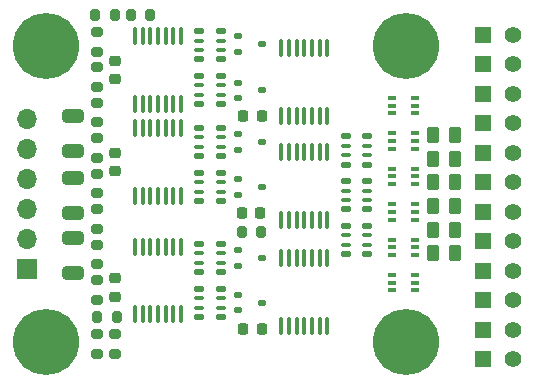
<source format=gbs>
G04 #@! TF.GenerationSoftware,KiCad,Pcbnew,7.0.9-69-ge1c0bddff3*
G04 #@! TF.CreationDate,2024-02-19T10:17:23+01:00*
G04 #@! TF.ProjectId,ASP_Display,4153505f-4469-4737-906c-61792e6b6963,rev?*
G04 #@! TF.SameCoordinates,Original*
G04 #@! TF.FileFunction,Soldermask,Bot*
G04 #@! TF.FilePolarity,Negative*
%FSLAX46Y46*%
G04 Gerber Fmt 4.6, Leading zero omitted, Abs format (unit mm)*
G04 Created by KiCad (PCBNEW 7.0.9-69-ge1c0bddff3) date 2024-02-19 10:17:23*
%MOMM*%
%LPD*%
G01*
G04 APERTURE LIST*
G04 Aperture macros list*
%AMRoundRect*
0 Rectangle with rounded corners*
0 $1 Rounding radius*
0 $2 $3 $4 $5 $6 $7 $8 $9 X,Y pos of 4 corners*
0 Add a 4 corners polygon primitive as box body*
4,1,4,$2,$3,$4,$5,$6,$7,$8,$9,$2,$3,0*
0 Add four circle primitives for the rounded corners*
1,1,$1+$1,$2,$3*
1,1,$1+$1,$4,$5*
1,1,$1+$1,$6,$7*
1,1,$1+$1,$8,$9*
0 Add four rect primitives between the rounded corners*
20,1,$1+$1,$2,$3,$4,$5,0*
20,1,$1+$1,$4,$5,$6,$7,0*
20,1,$1+$1,$6,$7,$8,$9,0*
20,1,$1+$1,$8,$9,$2,$3,0*%
G04 Aperture macros list end*
%ADD10C,5.600000*%
%ADD11R,1.400000X1.400000*%
%ADD12C,1.400000*%
%ADD13R,1.700000X1.700000*%
%ADD14O,1.700000X1.700000*%
%ADD15RoundRect,0.200000X-0.275000X0.200000X-0.275000X-0.200000X0.275000X-0.200000X0.275000X0.200000X0*%
%ADD16RoundRect,0.250000X0.262500X0.450000X-0.262500X0.450000X-0.262500X-0.450000X0.262500X-0.450000X0*%
%ADD17RoundRect,0.225000X0.225000X0.250000X-0.225000X0.250000X-0.225000X-0.250000X0.225000X-0.250000X0*%
%ADD18RoundRect,0.100000X-0.225000X-0.100000X0.225000X-0.100000X0.225000X0.100000X-0.225000X0.100000X0*%
%ADD19RoundRect,0.200000X0.200000X0.275000X-0.200000X0.275000X-0.200000X-0.275000X0.200000X-0.275000X0*%
%ADD20RoundRect,0.100000X0.100000X-0.637500X0.100000X0.637500X-0.100000X0.637500X-0.100000X-0.637500X0*%
%ADD21RoundRect,0.125000X-0.275000X-0.125000X0.275000X-0.125000X0.275000X0.125000X-0.275000X0.125000X0*%
%ADD22RoundRect,0.100000X-0.300000X-0.100000X0.300000X-0.100000X0.300000X0.100000X-0.300000X0.100000X0*%
%ADD23RoundRect,0.100000X-0.100000X0.637500X-0.100000X-0.637500X0.100000X-0.637500X0.100000X0.637500X0*%
%ADD24RoundRect,0.250000X-0.650000X0.325000X-0.650000X-0.325000X0.650000X-0.325000X0.650000X0.325000X0*%
%ADD25RoundRect,0.112500X0.237500X-0.112500X0.237500X0.112500X-0.237500X0.112500X-0.237500X-0.112500X0*%
%ADD26RoundRect,0.225000X-0.250000X0.225000X-0.250000X-0.225000X0.250000X-0.225000X0.250000X0.225000X0*%
%ADD27RoundRect,0.200000X-0.200000X-0.275000X0.200000X-0.275000X0.200000X0.275000X-0.200000X0.275000X0*%
%ADD28RoundRect,0.250000X0.650000X-0.325000X0.650000X0.325000X-0.650000X0.325000X-0.650000X-0.325000X0*%
%ADD29RoundRect,0.225000X0.250000X-0.225000X0.250000X0.225000X-0.250000X0.225000X-0.250000X-0.225000X0*%
G04 APERTURE END LIST*
D10*
G04 #@! TO.C,REF\u002A\u002A*
X224500000Y-114500000D03*
G04 #@! TD*
G04 #@! TO.C,REF\u002A\u002A*
X255000000Y-114500000D03*
G04 #@! TD*
G04 #@! TO.C,REF\u002A\u002A*
X255000000Y-89500000D03*
G04 #@! TD*
G04 #@! TO.C,REF\u002A\u002A*
X224500000Y-89500000D03*
G04 #@! TD*
D11*
G04 #@! TO.C,D16*
X261500000Y-98500000D03*
D12*
X264040000Y-98500000D03*
G04 #@! TD*
D11*
G04 #@! TO.C,D14*
X261500000Y-103500000D03*
D12*
X264040000Y-103500000D03*
G04 #@! TD*
D11*
G04 #@! TO.C,D3*
X261500000Y-116000000D03*
D12*
X264040000Y-116000000D03*
G04 #@! TD*
D11*
G04 #@! TO.C,D25*
X261500000Y-91000000D03*
D12*
X264040000Y-91000000D03*
G04 #@! TD*
D11*
G04 #@! TO.C,D4*
X261500000Y-113500000D03*
D12*
X264040000Y-113500000D03*
G04 #@! TD*
D11*
G04 #@! TO.C,D17*
X261500000Y-96000000D03*
D12*
X264040000Y-96000000D03*
G04 #@! TD*
D11*
G04 #@! TO.C,D13*
X261500000Y-106000000D03*
D12*
X264040000Y-106000000D03*
G04 #@! TD*
D11*
G04 #@! TO.C,D6*
X261500000Y-108500000D03*
D12*
X264040000Y-108500000D03*
G04 #@! TD*
D11*
G04 #@! TO.C,D18*
X261500000Y-93500000D03*
D12*
X264040000Y-93500000D03*
G04 #@! TD*
D11*
G04 #@! TO.C,D26*
X261500000Y-88500000D03*
D12*
X264040000Y-88500000D03*
G04 #@! TD*
D13*
G04 #@! TO.C,J1*
X222875000Y-108350000D03*
D14*
X222875000Y-105810000D03*
X222875000Y-103270000D03*
X222875000Y-100730000D03*
X222875000Y-98190000D03*
X222875000Y-95650000D03*
G04 #@! TD*
D11*
G04 #@! TO.C,D15*
X261500000Y-101000000D03*
D12*
X264040000Y-101000000D03*
G04 #@! TD*
D11*
G04 #@! TO.C,D5*
X261500000Y-111000000D03*
D12*
X264040000Y-111000000D03*
G04 #@! TD*
D15*
G04 #@! TO.C,R21*
X228800000Y-103275000D03*
X228800000Y-104925000D03*
G04 #@! TD*
D16*
G04 #@! TO.C,R11*
X259112500Y-105000000D03*
X257287500Y-105000000D03*
G04 #@! TD*
D17*
G04 #@! TO.C,C3*
X242775000Y-113400000D03*
X241225000Y-113400000D03*
G04 #@! TD*
D18*
G04 #@! TO.C,Q7*
X253850000Y-104150000D03*
X253850000Y-103500000D03*
X253850000Y-102850000D03*
X255750000Y-102850000D03*
X255750000Y-103500000D03*
X255750000Y-104150000D03*
G04 #@! TD*
D19*
G04 #@! TO.C,R12*
X242725000Y-105200000D03*
X241075000Y-105200000D03*
G04 #@! TD*
D15*
G04 #@! TO.C,R16*
X228800000Y-113875000D03*
X228800000Y-115525000D03*
G04 #@! TD*
D17*
G04 #@! TO.C,C8*
X242675000Y-103600000D03*
X241125000Y-103600000D03*
G04 #@! TD*
D18*
G04 #@! TO.C,Q13*
X253850000Y-95150000D03*
X253850000Y-94500000D03*
X253850000Y-93850000D03*
X255750000Y-93850000D03*
X255750000Y-94500000D03*
X255750000Y-95150000D03*
G04 #@! TD*
D20*
G04 #@! TO.C,U7*
X235950000Y-112162500D03*
X235300000Y-112162500D03*
X234650000Y-112162500D03*
X234000000Y-112162500D03*
X233350000Y-112162500D03*
X232700000Y-112162500D03*
X232050000Y-112162500D03*
X232050000Y-106437500D03*
X232700000Y-106437500D03*
X233350000Y-106437500D03*
X234000000Y-106437500D03*
X234650000Y-106437500D03*
X235300000Y-106437500D03*
X235950000Y-106437500D03*
G04 #@! TD*
D21*
G04 #@! TO.C,RN8*
X237500000Y-90600000D03*
D22*
X237500000Y-89800000D03*
X237500000Y-89000000D03*
D21*
X237500000Y-88200000D03*
X239300000Y-88200000D03*
D22*
X239300000Y-89000000D03*
X239300000Y-89800000D03*
D21*
X239300000Y-90600000D03*
G04 #@! TD*
D23*
G04 #@! TO.C,U5*
X244450000Y-98437500D03*
X245100000Y-98437500D03*
X245750000Y-98437500D03*
X246400000Y-98437500D03*
X247050000Y-98437500D03*
X247700000Y-98437500D03*
X248350000Y-98437500D03*
X248350000Y-104162500D03*
X247700000Y-104162500D03*
X247050000Y-104162500D03*
X246400000Y-104162500D03*
X245750000Y-104162500D03*
X245100000Y-104162500D03*
X244450000Y-104162500D03*
G04 #@! TD*
D24*
G04 #@! TO.C,C6*
X226800000Y-105725000D03*
X226800000Y-108675000D03*
G04 #@! TD*
D21*
G04 #@! TO.C,RN7*
X237500000Y-102600000D03*
D22*
X237500000Y-101800000D03*
X237500000Y-101000000D03*
D21*
X237500000Y-100200000D03*
X239300000Y-100200000D03*
D22*
X239300000Y-101000000D03*
X239300000Y-101800000D03*
D21*
X239300000Y-102600000D03*
G04 #@! TD*
D15*
G04 #@! TO.C,R19*
X228800000Y-109275000D03*
X228800000Y-110925000D03*
G04 #@! TD*
D16*
G04 #@! TO.C,R33*
X259112500Y-97000000D03*
X257287500Y-97000000D03*
G04 #@! TD*
D20*
G04 #@! TO.C,U8*
X235950000Y-102162500D03*
X235300000Y-102162500D03*
X234650000Y-102162500D03*
X234000000Y-102162500D03*
X233350000Y-102162500D03*
X232700000Y-102162500D03*
X232050000Y-102162500D03*
X232050000Y-96437500D03*
X232700000Y-96437500D03*
X233350000Y-96437500D03*
X234000000Y-96437500D03*
X234650000Y-96437500D03*
X235300000Y-96437500D03*
X235950000Y-96437500D03*
G04 #@! TD*
D25*
G04 #@! TO.C,D9*
X240800000Y-98250000D03*
X240800000Y-96950000D03*
X242800000Y-97600000D03*
G04 #@! TD*
D21*
G04 #@! TO.C,RN6*
X237500000Y-98800000D03*
D22*
X237500000Y-98000000D03*
X237500000Y-97200000D03*
D21*
X237500000Y-96400000D03*
X239300000Y-96400000D03*
D22*
X239300000Y-97200000D03*
X239300000Y-98000000D03*
D21*
X239300000Y-98800000D03*
G04 #@! TD*
D26*
G04 #@! TO.C,C18*
X230400000Y-109125000D03*
X230400000Y-110675000D03*
G04 #@! TD*
D18*
G04 #@! TO.C,Q5*
X253850000Y-107150000D03*
X253850000Y-106500000D03*
X253850000Y-105850000D03*
X255750000Y-105850000D03*
X255750000Y-106500000D03*
X255750000Y-107150000D03*
G04 #@! TD*
D23*
G04 #@! TO.C,U6*
X244450000Y-89637500D03*
X245100000Y-89637500D03*
X245750000Y-89637500D03*
X246400000Y-89637500D03*
X247050000Y-89637500D03*
X247700000Y-89637500D03*
X248350000Y-89637500D03*
X248350000Y-95362500D03*
X247700000Y-95362500D03*
X247050000Y-95362500D03*
X246400000Y-95362500D03*
X245750000Y-95362500D03*
X245100000Y-95362500D03*
X244450000Y-95362500D03*
G04 #@! TD*
D15*
G04 #@! TO.C,R17*
X230400000Y-113875000D03*
X230400000Y-115525000D03*
G04 #@! TD*
D21*
G04 #@! TO.C,RN4*
X237500000Y-108600000D03*
D22*
X237500000Y-107800000D03*
X237500000Y-107000000D03*
D21*
X237500000Y-106200000D03*
X239300000Y-106200000D03*
D22*
X239300000Y-107000000D03*
X239300000Y-107800000D03*
D21*
X239300000Y-108600000D03*
G04 #@! TD*
G04 #@! TO.C,RN2*
X249900000Y-103300000D03*
D22*
X249900000Y-102500000D03*
X249900000Y-101700000D03*
D21*
X249900000Y-100900000D03*
X251700000Y-100900000D03*
D22*
X251700000Y-101700000D03*
X251700000Y-102500000D03*
D21*
X251700000Y-103300000D03*
G04 #@! TD*
D24*
G04 #@! TO.C,C1*
X226800000Y-95425000D03*
X226800000Y-98375000D03*
G04 #@! TD*
D25*
G04 #@! TO.C,D10*
X240800000Y-102050000D03*
X240800000Y-100750000D03*
X242800000Y-101400000D03*
G04 #@! TD*
D23*
G04 #@! TO.C,U2*
X244450000Y-107437500D03*
X245100000Y-107437500D03*
X245750000Y-107437500D03*
X246400000Y-107437500D03*
X247050000Y-107437500D03*
X247700000Y-107437500D03*
X248350000Y-107437500D03*
X248350000Y-113162500D03*
X247700000Y-113162500D03*
X247050000Y-113162500D03*
X246400000Y-113162500D03*
X245750000Y-113162500D03*
X245100000Y-113162500D03*
X244450000Y-113162500D03*
G04 #@! TD*
D20*
G04 #@! TO.C,U9*
X235950000Y-94362500D03*
X235300000Y-94362500D03*
X234650000Y-94362500D03*
X234000000Y-94362500D03*
X233350000Y-94362500D03*
X232700000Y-94362500D03*
X232050000Y-94362500D03*
X232050000Y-88637500D03*
X232700000Y-88637500D03*
X233350000Y-88637500D03*
X234000000Y-88637500D03*
X234650000Y-88637500D03*
X235300000Y-88637500D03*
X235950000Y-88637500D03*
G04 #@! TD*
D15*
G04 #@! TO.C,R26*
X228800000Y-88275000D03*
X228800000Y-89925000D03*
G04 #@! TD*
D18*
G04 #@! TO.C,Q11*
X253850000Y-98150000D03*
X253850000Y-97500000D03*
X253850000Y-96850000D03*
X255750000Y-96850000D03*
X255750000Y-97500000D03*
X255750000Y-98150000D03*
G04 #@! TD*
D27*
G04 #@! TO.C,R18*
X228875000Y-112400000D03*
X230525000Y-112400000D03*
G04 #@! TD*
D21*
G04 #@! TO.C,RN9*
X237500000Y-94400000D03*
D22*
X237500000Y-93600000D03*
X237500000Y-92800000D03*
D21*
X237500000Y-92000000D03*
X239300000Y-92000000D03*
D22*
X239300000Y-92800000D03*
X239300000Y-93600000D03*
D21*
X239300000Y-94400000D03*
G04 #@! TD*
D19*
G04 #@! TO.C,R28*
X233325000Y-86800000D03*
X231675000Y-86800000D03*
G04 #@! TD*
D26*
G04 #@! TO.C,C17*
X230400000Y-98525000D03*
X230400000Y-100075000D03*
G04 #@! TD*
D19*
G04 #@! TO.C,R27*
X230325000Y-86800000D03*
X228675000Y-86800000D03*
G04 #@! TD*
D15*
G04 #@! TO.C,R23*
X228800000Y-97250000D03*
X228800000Y-98900000D03*
G04 #@! TD*
D21*
G04 #@! TO.C,RN3*
X249900000Y-99500000D03*
D22*
X249900000Y-98700000D03*
X249900000Y-97900000D03*
D21*
X249900000Y-97100000D03*
X251700000Y-97100000D03*
D22*
X251700000Y-97900000D03*
X251700000Y-98700000D03*
D21*
X251700000Y-99500000D03*
G04 #@! TD*
D25*
G04 #@! TO.C,D12*
X240800000Y-93850000D03*
X240800000Y-92550000D03*
X242800000Y-93200000D03*
G04 #@! TD*
D21*
G04 #@! TO.C,RN1*
X249900000Y-107100000D03*
D22*
X249900000Y-106300000D03*
X249900000Y-105500000D03*
D21*
X249900000Y-104700000D03*
X251700000Y-104700000D03*
D22*
X251700000Y-105500000D03*
X251700000Y-106300000D03*
D21*
X251700000Y-107100000D03*
G04 #@! TD*
D25*
G04 #@! TO.C,D8*
X240800000Y-111850000D03*
X240800000Y-110550000D03*
X242800000Y-111200000D03*
G04 #@! TD*
D28*
G04 #@! TO.C,C9*
X226800000Y-103575000D03*
X226800000Y-100625000D03*
G04 #@! TD*
D15*
G04 #@! TO.C,R24*
X228800000Y-94275000D03*
X228800000Y-95925000D03*
G04 #@! TD*
D25*
G04 #@! TO.C,D11*
X240800000Y-89950000D03*
X240800000Y-88650000D03*
X242800000Y-89300000D03*
G04 #@! TD*
D15*
G04 #@! TO.C,R20*
X228800000Y-106275000D03*
X228800000Y-107925000D03*
G04 #@! TD*
D16*
G04 #@! TO.C,R31*
X259112500Y-99000000D03*
X257287500Y-99000000D03*
G04 #@! TD*
D15*
G04 #@! TO.C,R22*
X228800000Y-100275000D03*
X228800000Y-101925000D03*
G04 #@! TD*
D29*
G04 #@! TO.C,C16*
X230400000Y-92275000D03*
X230400000Y-90725000D03*
G04 #@! TD*
D16*
G04 #@! TO.C,R14*
X259112500Y-103000000D03*
X257287500Y-103000000D03*
G04 #@! TD*
G04 #@! TO.C,R29*
X259112500Y-101000000D03*
X257287500Y-101000000D03*
G04 #@! TD*
D25*
G04 #@! TO.C,D7*
X240800000Y-108050000D03*
X240800000Y-106750000D03*
X242800000Y-107400000D03*
G04 #@! TD*
D18*
G04 #@! TO.C,Q9*
X253850000Y-101150000D03*
X253850000Y-100500000D03*
X253850000Y-99850000D03*
X255750000Y-99850000D03*
X255750000Y-100500000D03*
X255750000Y-101150000D03*
G04 #@! TD*
D16*
G04 #@! TO.C,R9*
X259112500Y-107000000D03*
X257287500Y-107000000D03*
G04 #@! TD*
D21*
G04 #@! TO.C,RN5*
X237500000Y-112400000D03*
D22*
X237500000Y-111600000D03*
X237500000Y-110800000D03*
D21*
X237500000Y-110000000D03*
X239300000Y-110000000D03*
D22*
X239300000Y-110800000D03*
X239300000Y-111600000D03*
D21*
X239300000Y-112400000D03*
G04 #@! TD*
D15*
G04 #@! TO.C,R25*
X228800000Y-91275000D03*
X228800000Y-92925000D03*
G04 #@! TD*
D17*
G04 #@! TO.C,C10*
X242775000Y-95400000D03*
X241225000Y-95400000D03*
G04 #@! TD*
D18*
G04 #@! TO.C,Q3*
X253850000Y-110150000D03*
X253850000Y-109500000D03*
X253850000Y-108850000D03*
X255750000Y-108850000D03*
X255750000Y-109500000D03*
X255750000Y-110150000D03*
G04 #@! TD*
M02*

</source>
